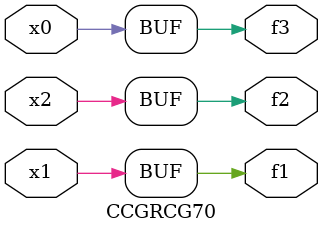
<source format=v>
module CCGRCG70(
	input x0, x1, x2,
	output f1, f2, f3
);
	assign f1 = x1;
	assign f2 = x2;
	assign f3 = x0;
endmodule

</source>
